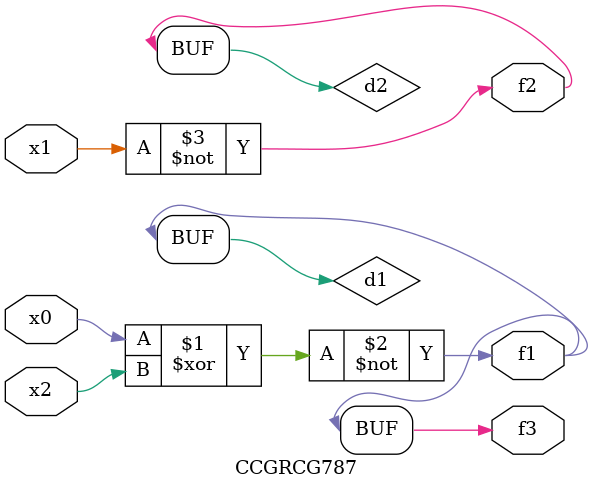
<source format=v>
module CCGRCG787(
	input x0, x1, x2,
	output f1, f2, f3
);

	wire d1, d2, d3;

	xnor (d1, x0, x2);
	nand (d2, x1);
	nor (d3, x1, x2);
	assign f1 = d1;
	assign f2 = d2;
	assign f3 = d1;
endmodule

</source>
